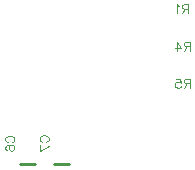
<source format=gbr>
G04 DipTrace 3.1.0.1*
G04 BottomSilk.gbr*
%MOIN*%
G04 #@! TF.FileFunction,Legend,Bot*
G04 #@! TF.Part,Single*
%ADD10C,0.01*%
%ADD56C,0.004632*%
%FSLAX26Y26*%
G04*
G70*
G90*
G75*
G01*
G04 BotSilk*
%LPD*%
X1045689Y888956D2*
D10*
X1096831D1*
X1159862Y889349D2*
X1211004D1*
X1004962Y963022D2*
D56*
X1002110Y964448D1*
X999225Y967333D1*
X997799Y970184D1*
Y975921D1*
X999225Y978807D1*
X1002110Y981658D1*
X1004962Y983118D1*
X1009273Y984543D1*
X1016469D1*
X1020747Y983117D1*
X1023632Y981658D1*
X1026484Y978806D1*
X1027943Y975921D1*
Y970184D1*
X1026484Y967333D1*
X1023632Y964447D1*
X1020747Y963022D1*
X1002110Y936547D2*
X999258Y937973D1*
X997832Y942284D1*
Y945136D1*
X999258Y949447D1*
X1003569Y952332D1*
X1010732Y953758D1*
X1017895D1*
X1023632Y952332D1*
X1026517Y949447D1*
X1027943Y945136D1*
Y943710D1*
X1026517Y939432D1*
X1023632Y936547D1*
X1019321Y935121D1*
X1017895D1*
X1013584Y936547D1*
X1010732Y939432D1*
X1009306Y943710D1*
Y945136D1*
X1010732Y949447D1*
X1013584Y952332D1*
X1017895Y953758D1*
X1119135Y964145D2*
X1116283Y965571D1*
X1113398Y968456D1*
X1111972Y971308D1*
Y977045D1*
X1113398Y979930D1*
X1116283Y982782D1*
X1119135Y984241D1*
X1123446Y985667D1*
X1130642D1*
X1134920Y984241D1*
X1137805Y982782D1*
X1140657Y979930D1*
X1142116Y977045D1*
Y971308D1*
X1140657Y968456D1*
X1137805Y965571D1*
X1134920Y964145D1*
X1142116Y949144D2*
X1112005Y934785D1*
Y954881D1*
X1606861Y1408315D2*
X1593961D1*
X1589650Y1409774D1*
X1588191Y1411200D1*
X1586765Y1414052D1*
Y1416937D1*
X1588191Y1419789D1*
X1589650Y1421248D1*
X1593961Y1422674D1*
X1606861D1*
Y1392530D1*
X1596813Y1408315D2*
X1586765Y1392530D1*
X1577501Y1416904D2*
X1574616Y1418363D1*
X1570305Y1422641D1*
Y1392530D1*
X1613236Y1282725D2*
X1600336D1*
X1596025Y1284184D1*
X1594566Y1285610D1*
X1593140Y1288462D1*
Y1291347D1*
X1594566Y1294199D1*
X1596025Y1295658D1*
X1600336Y1297084D1*
X1613236D1*
Y1266940D1*
X1603188Y1282725D2*
X1593140Y1266940D1*
X1569518D2*
Y1297051D1*
X1583877Y1276988D1*
X1562355D1*
X1612917Y1159890D2*
X1600017D1*
X1595706Y1161349D1*
X1594247Y1162775D1*
X1592821Y1165627D1*
Y1168512D1*
X1594247Y1171364D1*
X1595706Y1172823D1*
X1600017Y1174249D1*
X1612917D1*
Y1144105D1*
X1602869Y1159890D2*
X1592821Y1144105D1*
X1566346Y1174216D2*
X1580672D1*
X1582098Y1161316D1*
X1580672Y1162742D1*
X1576361Y1164201D1*
X1572083D1*
X1567772Y1162742D1*
X1564887Y1159890D1*
X1563461Y1155579D1*
Y1152727D1*
X1564887Y1148416D1*
X1567772Y1145531D1*
X1572083Y1144105D1*
X1576361D1*
X1580672Y1145531D1*
X1582098Y1146990D1*
X1583557Y1149842D1*
M02*

</source>
